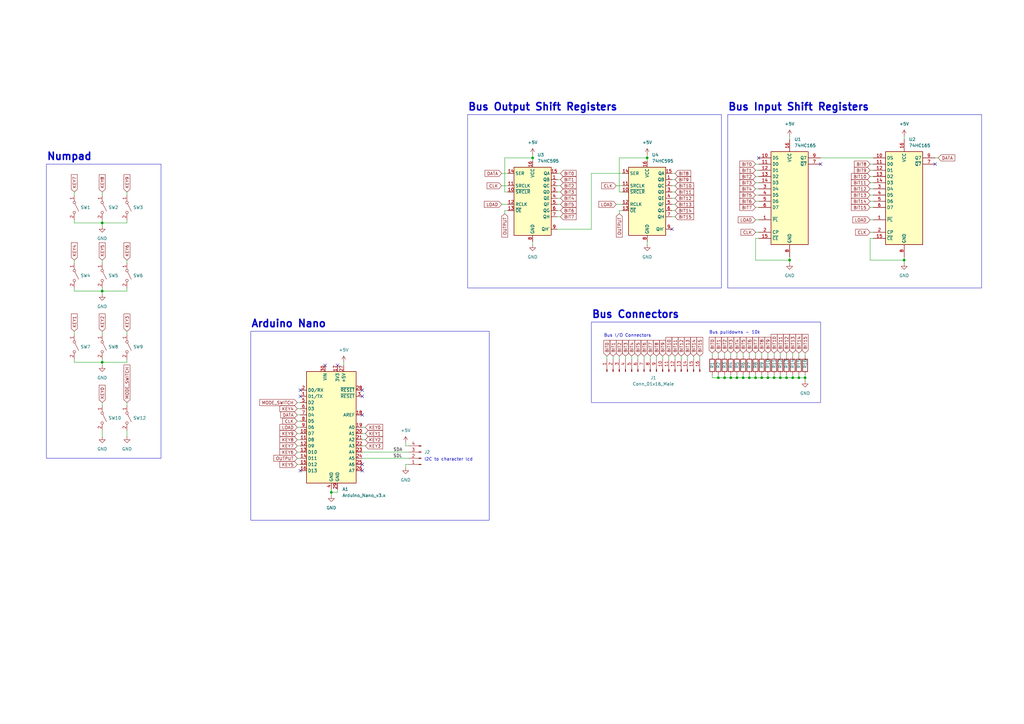
<source format=kicad_sch>
(kicad_sch (version 20230121) (generator eeschema)
  (paper "A3")
  (lib_symbols
    (symbol "74xx:74HC165"
      (property "Reference" "U" (at -7.62 19.05 0))
      (property "Value" "74HC165" (at -7.62 -21.59 0))
      (symbol "74HC165_1_0"
        (pin input line (at -12.7 -10.16 0) (length 5.08) (name "~{PL}") (number "1"))
        (pin input line (at -12.7 15.24 0) (length 5.08) (name "DS") (number "10"))
        (pin input line (at -12.7 12.7 0) (length 5.08) (name "D0") (number "11"))
        (pin input line (at -12.7 10.16 0) (length 5.08) (name "D1") (number "12"))
        (pin input line (at -12.7 7.62 0) (length 5.08) (name "D2") (number "13"))
        (pin input line (at -12.7 5.08 0) (length 5.08) (name "D3") (number "14"))
        (pin input line (at -12.7 -17.78 0) (length 5.08) (name "~{CE}") (number "15"))
        (pin power_in line (at 0 22.86 270) (length 5.08) (name "VCC") (number "16"))
        (pin input line (at -12.7 -15.24 0) (length 5.08) (name "CP") (number "2"))
        (pin input line (at -12.7 2.54 0) (length 5.08) (name "D4") (number "3"))
        (pin input line (at -12.7 0 0) (length 5.08) (name "D5") (number "4"))
        (pin input line (at -12.7 -2.54 0) (length 5.08) (name "D6") (number "5"))
        (pin input line (at -12.7 -5.08 0) (length 5.08) (name "D7") (number "6"))
        (pin output line (at 12.7 12.7 180) (length 5.08) (name "~{Q7}") (number "7"))
        (pin power_in line (at 0 -25.4 90) (length 5.08) (name "GND") (number "8"))
        (pin output line (at 12.7 15.24 180) (length 5.08) (name "Q7") (number "9"))
      )
      (symbol "74HC165_1_1"
        (rectangle (start -7.62 17.78) (end 7.62 -20.32) (stroke (width 0.254)) (fill (type background)))
      )
    )
    (symbol "74xx:74HC595"
      (property "Reference" "U" (at -7.62 13.97 0))
      (property "Value" "74HC595" (at -7.62 -16.51 0))
      (symbol "74HC595_1_0"
        (pin tri_state line (at 10.16 7.62 180) (length 2.54) (name "QB") (number "1"))
        (pin input line (at -10.16 2.54 0) (length 2.54) (name "~{SRCLR}") (number "10"))
        (pin input line (at -10.16 5.08 0) (length 2.54) (name "SRCLK") (number "11"))
        (pin input line (at -10.16 -2.54 0) (length 2.54) (name "RCLK") (number "12"))
        (pin input line (at -10.16 -5.08 0) (length 2.54) (name "~{OE}") (number "13"))
        (pin input line (at -10.16 10.16 0) (length 2.54) (name "SER") (number "14"))
        (pin tri_state line (at 10.16 10.16 180) (length 2.54) (name "QA") (number "15"))
        (pin power_in line (at 0 15.24 270) (length 2.54) (name "VCC") (number "16"))
        (pin tri_state line (at 10.16 5.08 180) (length 2.54) (name "QC") (number "2"))
        (pin tri_state line (at 10.16 2.54 180) (length 2.54) (name "QD") (number "3"))
        (pin tri_state line (at 10.16 0 180) (length 2.54) (name "QE") (number "4"))
        (pin tri_state line (at 10.16 -2.54 180) (length 2.54) (name "QF") (number "5"))
        (pin tri_state line (at 10.16 -5.08 180) (length 2.54) (name "QG") (number "6"))
        (pin tri_state line (at 10.16 -7.62 180) (length 2.54) (name "QH") (number "7"))
        (pin power_in line (at 0 -17.78 90) (length 2.54) (name "GND") (number "8"))
        (pin output line (at 10.16 -12.7 180) (length 2.54) (name "QH'") (number "9"))
      )
      (symbol "74HC595_1_1"
        (rectangle (start -7.62 12.7) (end 7.62 -15.24) (stroke (width 0.254)) (fill (type background)))
      )
    )
    (symbol "Connector:Conn_01x04_Male" (pin_names (offset 1.016) hide)
      (property "Reference" "J" (at 0 5.08 0))
      (property "Value" "Conn_01x04_Male" (at 0 -7.62 0))
      (symbol "Conn_01x04_Male_1_1"
        (polyline (pts (xy 1.27 -5.08) (xy 0.8636 -5.08)) (stroke (width 0.1524)))
        (polyline (pts (xy 1.27 -2.54) (xy 0.8636 -2.54)) (stroke (width 0.1524)))
        (polyline (pts (xy 1.27 0) (xy 0.8636 0)) (stroke (width 0.1524)))
        (polyline (pts (xy 1.27 2.54) (xy 0.8636 2.54)) (stroke (width 0.1524)))
        (rectangle (start 0.8636 -4.953) (end 0 -5.207) (stroke (width 0.1524)) (fill (type outline)))
        (rectangle (start 0.8636 -2.413) (end 0 -2.667) (stroke (width 0.1524)) (fill (type outline)))
        (rectangle (start 0.8636 0.127) (end 0 -0.127) (stroke (width 0.1524)) (fill (type outline)))
        (rectangle (start 0.8636 2.667) (end 0 2.413) (stroke (width 0.1524)) (fill (type outline)))
        (pin passive line (at 5.08 2.54 180) (length 3.81) (name "Pin_1") (number "1"))
        (pin passive line (at 5.08 0 180) (length 3.81) (name "Pin_2") (number "2"))
        (pin passive line (at 5.08 -2.54 180) (length 3.81) (name "Pin_3") (number "3"))
        (pin passive line (at 5.08 -5.08 180) (length 3.81) (name "Pin_4") (number "4"))
      )
    )
    (symbol "Connector:Conn_01x16_Male" (pin_names (offset 1.016) hide)
      (property "Reference" "J" (at 0 20.32 0))
      (property "Value" "Conn_01x16_Male" (at 0 -22.86 0))
      (symbol "Conn_01x16_Male_1_1"
        (polyline (pts (xy 1.27 -20.32) (xy 0.8636 -20.32)) (stroke (width 0.1524)))
        (polyline (pts (xy 1.27 -17.78) (xy 0.8636 -17.78)) (stroke (width 0.1524)))
        (polyline (pts (xy 1.27 -15.24) (xy 0.8636 -15.24)) (stroke (width 0.1524)))
        (polyline (pts (xy 1.27 -12.7) (xy 0.8636 -12.7)) (stroke (width 0.1524)))
        (polyline (pts (xy 1.27 -10.16) (xy 0.8636 -10.16)) (stroke (width 0.1524)))
        (polyline (pts (xy 1.27 -7.62) (xy 0.8636 -7.62)) (stroke (width 0.1524)))
        (polyline (pts (xy 1.27 -5.08) (xy 0.8636 -5.08)) (stroke (width 0.1524)))
        (polyline (pts (xy 1.27 -2.54) (xy 0.8636 -2.54)) (stroke (width 0.1524)))
        (polyline (pts (xy 1.27 0) (xy 0.8636 0)) (stroke (width 0.1524)))
        (polyline (pts (xy 1.27 2.54) (xy 0.8636 2.54)) (stroke (width 0.1524)))
        (polyline (pts (xy 1.27 5.08) (xy 0.8636 5.08)) (stroke (width 0.1524)))
        (polyline (pts (xy 1.27 7.62) (xy 0.8636 7.62)) (stroke (width 0.1524)))
        (polyline (pts (xy 1.27 10.16) (xy 0.8636 10.16)) (stroke (width 0.1524)))
        (polyline (pts (xy 1.27 12.7) (xy 0.8636 12.7)) (stroke (width 0.1524)))
        (polyline (pts (xy 1.27 15.24) (xy 0.8636 15.24)) (stroke (width 0.1524)))
        (polyline (pts (xy 1.27 17.78) (xy 0.8636 17.78)) (stroke (width 0.1524)))
        (rectangle (start 0.8636 -20.193) (end 0 -20.447) (stroke (width 0.1524)) (fill (type outline)))
        (rectangle (start 0.8636 -17.653) (end 0 -17.907) (stroke (width 0.1524)) (fill (type outline)))
        (rectangle (start 0.8636 -15.113) (end 0 -15.367) (stroke (width 0.1524)) (fill (type outline)))
        (rectangle (start 0.8636 -12.573) (end 0 -12.827) (stroke (width 0.1524)) (fill (type outline)))
        (rectangle (start 0.8636 -10.033) (end 0 -10.287) (stroke (width 0.1524)) (fill (type outline)))
        (rectangle (start 0.8636 -7.493) (end 0 -7.747) (stroke (width 0.1524)) (fill (type outline)))
        (rectangle (start 0.8636 -4.953) (end 0 -5.207) (stroke (width 0.1524)) (fill (type outline)))
        (rectangle (start 0.8636 -2.413) (end 0 -2.667) (stroke (width 0.1524)) (fill (type outline)))
        (rectangle (start 0.8636 0.127) (end 0 -0.127) (stroke (width 0.1524)) (fill (type outline)))
        (rectangle (start 0.8636 2.667) (end 0 2.413) (stroke (width 0.1524)) (fill (type outline)))
        (rectangle (start 0.8636 5.207) (end 0 4.953) (stroke (width 0.1524)) (fill (type outline)))
        (rectangle (start 0.8636 7.747) (end 0 7.493) (stroke (width 0.1524)) (fill (type outline)))
        (rectangle (start 0.8636 10.287) (end 0 10.033) (stroke (width 0.1524)) (fill (type outline)))
        (rectangle (start 0.8636 12.827) (end 0 12.573) (stroke (width 0.1524)) (fill (type outline)))
        (rectangle (start 0.8636 15.367) (end 0 15.113) (stroke (width 0.1524)) (fill (type outline)))
        (rectangle (start 0.8636 17.907) (end 0 17.653) (stroke (width 0.1524)) (fill (type outline)))
        (pin passive line (at 5.08 17.78 180) (length 3.81) (name "Pin_1") (number "1"))
        (pin passive line (at 5.08 -5.08 180) (length 3.81) (name "Pin_10") (number "10"))
        (pin passive line (at 5.08 -7.62 180) (length 3.81) (name "Pin_11") (number "11"))
        (pin passive line (at 5.08 -10.16 180) (length 3.81) (name "Pin_12") (number "12"))
        (pin passive line (at 5.08 -12.7 180) (length 3.81) (name "Pin_13") (number "13"))
        (pin passive line (at 5.08 -15.24 180) (length 3.81) (name "Pin_14") (number "14"))
        (pin passive line (at 5.08 -17.78 180) (length 3.81) (name "Pin_15") (number "15"))
        (pin passive line (at 5.08 -20.32 180) (length 3.81) (name "Pin_16") (number "16"))
        (pin passive line (at 5.08 15.24 180) (length 3.81) (name "Pin_2") (number "2"))
        (pin passive line (at 5.08 12.7 180) (length 3.81) (name "Pin_3") (number "3"))
        (pin passive line (at 5.08 10.16 180) (length 3.81) (name "Pin_4") (number "4"))
        (pin passive line (at 5.08 7.62 180) (length 3.81) (name "Pin_5") (number "5"))
        (pin passive line (at 5.08 5.08 180) (length 3.81) (name "Pin_6") (number "6"))
        (pin passive line (at 5.08 2.54 180) (length 3.81) (name "Pin_7") (number "7"))
        (pin passive line (at 5.08 0 180) (length 3.81) (name "Pin_8") (number "8"))
        (pin passive line (at 5.08 -2.54 180) (length 3.81) (name "Pin_9") (number "9"))
      )
    )
    (symbol "Device:R" (pin_numbers hide) (pin_names (offset 0))
      (property "Reference" "R" (at 2.032 0 90))
      (property "Value" "R" (at 0 0 90))
      (symbol "R_0_1"
        (rectangle (start -1.016 -2.54) (end 1.016 2.54) (stroke (width 0.254)))
      )
      (symbol "R_1_1"
        (pin passive line (at 0 3.81 270) (length 1.27) (name "~") (number "1"))
        (pin passive line (at 0 -3.81 90) (length 1.27) (name "~") (number "2"))
      )
    )
    (symbol "GND_1" (power) (pin_names (offset 0))
      (property "Value" "GND_1" (at 0 -3.81 0))
      (symbol "GND_1_0_1"
        (polyline (pts (xy 0 0) (xy 0 -1.27) (xy 1.27 -1.27) (xy 0 -2.54) (xy -1.27 -1.27) (xy 0 -1.27)))
      )
      (symbol "GND_1_1_1"
        (pin power_in line (at 0 0 270) (length 0) hide (name "GND") (number "1"))
      )
    )
    (symbol "MCU_Module:Arduino_Nano_v3.x"
      (property "Reference" "A" (at -10.16 23.495 0))
      (property "Value" "Arduino_Nano_v3.x" (at 5.08 -24.13 0))
      (symbol "Arduino_Nano_v3.x_0_1"
        (rectangle (start -10.16 22.86) (end 10.16 -22.86) (stroke (width 0.254)) (fill (type background)))
      )
      (symbol "Arduino_Nano_v3.x_1_1"
        (pin bidirectional line (at -12.7 12.7 0) (length 2.54) (name "D1/TX") (number "1"))
        (pin bidirectional line (at -12.7 -2.54 0) (length 2.54) (name "D7") (number "10"))
        (pin bidirectional line (at -12.7 -5.08 0) (length 2.54) (name "D8") (number "11"))
        (pin bidirectional line (at -12.7 -7.62 0) (length 2.54) (name "D9") (number "12"))
        (pin bidirectional line (at -12.7 -10.16 0) (length 2.54) (name "D10") (number "13"))
        (pin bidirectional line (at -12.7 -12.7 0) (length 2.54) (name "D11") (number "14"))
        (pin bidirectional line (at -12.7 -15.24 0) (length 2.54) (name "D12") (number "15"))
        (pin bidirectional line (at -12.7 -17.78 0) (length 2.54) (name "D13") (number "16"))
        (pin power_out line (at 2.54 25.4 270) (length 2.54) (name "3V3") (number "17"))
        (pin input line (at 12.7 5.08 180) (length 2.54) (name "AREF") (number "18"))
        (pin bidirectional line (at 12.7 0 180) (length 2.54) (name "A0") (number "19"))
        (pin bidirectional line (at -12.7 15.24 0) (length 2.54) (name "D0/RX") (number "2"))
        (pin bidirectional line (at 12.7 -2.54 180) (length 2.54) (name "A1") (number "20"))
        (pin bidirectional line (at 12.7 -5.08 180) (length 2.54) (name "A2") (number "21"))
        (pin bidirectional line (at 12.7 -7.62 180) (length 2.54) (name "A3") (number "22"))
        (pin bidirectional line (at 12.7 -10.16 180) (length 2.54) (name "A4") (number "23"))
        (pin bidirectional line (at 12.7 -12.7 180) (length 2.54) (name "A5") (number "24"))
        (pin bidirectional line (at 12.7 -15.24 180) (length 2.54) (name "A6") (number "25"))
        (pin bidirectional line (at 12.7 -17.78 180) (length 2.54) (name "A7") (number "26"))
        (pin power_out line (at 5.08 25.4 270) (length 2.54) (name "+5V") (number "27"))
        (pin input line (at 12.7 15.24 180) (length 2.54) (name "~{RESET}") (number "28"))
        (pin power_in line (at 2.54 -25.4 90) (length 2.54) (name "GND") (number "29"))
        (pin input line (at 12.7 12.7 180) (length 2.54) (name "~{RESET}") (number "3"))
        (pin power_in line (at -2.54 25.4 270) (length 2.54) (name "VIN") (number "30"))
        (pin power_in line (at 0 -25.4 90) (length 2.54) (name "GND") (number "4"))
        (pin bidirectional line (at -12.7 10.16 0) (length 2.54) (name "D2") (number "5"))
        (pin bidirectional line (at -12.7 7.62 0) (length 2.54) (name "D3") (number "6"))
        (pin bidirectional line (at -12.7 5.08 0) (length 2.54) (name "D4") (number "7"))
        (pin bidirectional line (at -12.7 2.54 0) (length 2.54) (name "D5") (number "8"))
        (pin bidirectional line (at -12.7 0 0) (length 2.54) (name "D6") (number "9"))
      )
    )
    (symbol "Switch:SW_SPST" (pin_names (offset 0) hide)
      (property "Reference" "SW" (at 0 3.175 0))
      (property "Value" "SW_SPST" (at 0 -2.54 0))
      (symbol "SW_SPST_0_0"
        (circle (center -2.032 0) (radius 0.508))
        (polyline (pts (xy -1.524 0.254) (xy 1.524 1.778)))
        (circle (center 2.032 0) (radius 0.508))
      )
      (symbol "SW_SPST_1_1"
        (pin passive line (at -5.08 0 0) (length 2.54) (name "A") (number "1"))
        (pin passive line (at 5.08 0 180) (length 2.54) (name "B") (number "2"))
      )
    )
    (symbol "power:+5V" (power) (pin_names (offset 0))
      (property "Value" "+5V" (at 0 3.556 0))
      (symbol "+5V_0_1"
        (polyline (pts (xy -0.762 1.27) (xy 0 2.54)))
        (polyline (pts (xy 0 0) (xy 0 2.54)))
        (polyline (pts (xy 0 2.54) (xy 0.762 1.27)))
      )
      (symbol "+5V_1_1"
        (pin power_in line (at 0 0 90) (length 0) hide (name "+5V") (number "1"))
      )
    )
    (symbol "power:GND" (power) (pin_names (offset 0))
      (property "Value" "GND" (at 0 -3.81 0))
      (symbol "GND_0_1"
        (polyline (pts (xy 0 0) (xy 0 -1.27) (xy 1.27 -1.27) (xy 0 -2.54) (xy -1.27 -1.27) (xy 0 -1.27)))
      )
      (symbol "GND_1_1"
        (pin power_in line (at 0 0 270) (length 0) hide (name "GND") (number "1"))
      )
    )
  )
  (junction (at 330.2 154.94))
  (junction (at 327.66 154.94))
  (junction (at 304.8 154.94))
  (junction (at 309.88 154.94))
  (junction (at 135.89 201.93))
  (junction (at 41.91 91.44))
  (junction (at 41.91 119.38))
  (junction (at 302.26 154.94))
  (junction (at 320.04 154.94))
  (junction (at 322.58 154.94))
  (junction (at 312.42 154.94))
  (junction (at 323.85 106.68))
  (junction (at 325.12 154.94))
  (junction (at 218.44 64.77))
  (junction (at 299.72 154.94))
  (junction (at 297.18 154.94))
  (junction (at 41.91 148.59))
  (junction (at 317.5 154.94))
  (junction (at 294.64 154.94))
  (junction (at 307.34 154.94))
  (junction (at 370.84 106.68))
  (junction (at 314.96 154.94))
  (junction (at 265.43 64.77))
  (no_connect (at 138.43 149.86))
  (no_connect (at 148.59 193.04))
  (no_connect (at 148.59 162.56))
  (no_connect (at 133.35 149.86))
  (no_connect (at 311.15 64.77))
  (no_connect (at 123.19 160.02))
  (no_connect (at 123.19 193.04))
  (no_connect (at 148.59 190.5))
  (no_connect (at 275.59 93.98))
  (no_connect (at 123.19 162.56))
  (no_connect (at 148.59 160.02))
  (no_connect (at 148.59 170.18))
  (no_connect (at 336.55 67.31))
  (no_connect (at 383.54 67.31))
  (wire (pts (xy 287.02 146.05) (xy 287.02 147.32)))
  (wire (pts (xy 323.85 106.68) (xy 323.85 107.95)))
  (wire (pts (xy 284.48 146.05) (xy 284.48 147.32)))
  (wire (pts (xy 299.72 154.94) (xy 302.26 154.94)))
  (wire (pts (xy 370.84 55.88) (xy 370.84 57.15)))
  (wire (pts (xy 275.59 71.12) (xy 276.86 71.12)))
  (wire (pts (xy 320.04 154.94) (xy 322.58 154.94)))
  (wire (pts (xy 259.08 146.05) (xy 259.08 147.32)))
  (wire (pts (xy 323.85 55.88) (xy 323.85 57.15)))
  (wire (pts (xy 297.18 154.94) (xy 299.72 154.94)))
  (wire (pts (xy 228.6 71.12) (xy 229.87 71.12)))
  (wire (pts (xy 358.14 97.79) (xy 356.87 97.79)))
  (wire (pts (xy 254 64.77) (xy 265.43 64.77)))
  (wire (pts (xy 207.01 78.74) (xy 207.01 64.77)))
  (wire (pts (xy 320.04 146.05) (xy 320.04 144.78)))
  (wire (pts (xy 309.88 72.39) (xy 311.15 72.39)))
  (wire (pts (xy 52.07 165.1) (xy 52.07 166.37)))
  (wire (pts (xy 274.32 146.05) (xy 274.32 147.32)))
  (wire (pts (xy 370.84 106.68) (xy 370.84 107.95)))
  (wire (pts (xy 254 86.36) (xy 255.27 86.36)))
  (wire (pts (xy 207.01 86.36) (xy 208.28 86.36)))
  (wire (pts (xy 322.58 153.67) (xy 322.58 154.94)))
  (wire (pts (xy 138.43 201.93) (xy 135.89 201.93)))
  (wire (pts (xy 309.88 80.01) (xy 311.15 80.01)))
  (wire (pts (xy 148.59 187.96) (xy 167.64 187.96)))
  (wire (pts (xy 309.88 153.67) (xy 309.88 154.94)))
  (wire (pts (xy 275.59 73.66) (xy 276.86 73.66)))
  (wire (pts (xy 314.96 154.94) (xy 317.5 154.94)))
  (wire (pts (xy 207.01 64.77) (xy 218.44 64.77)))
  (wire (pts (xy 275.59 78.74) (xy 276.86 78.74)))
  (wire (pts (xy 309.88 146.05) (xy 309.88 144.78)))
  (wire (pts (xy 266.7 146.05) (xy 266.7 147.32)))
  (wire (pts (xy 327.66 146.05) (xy 327.66 144.78)))
  (wire (pts (xy 314.96 146.05) (xy 314.96 144.78)))
  (wire (pts (xy 309.88 82.55) (xy 311.15 82.55)))
  (wire (pts (xy 275.59 83.82) (xy 276.86 83.82)))
  (wire (pts (xy 207.01 87.63) (xy 207.01 86.36)))
  (wire (pts (xy 148.59 175.26) (xy 149.86 175.26)))
  (wire (pts (xy 252.73 83.82) (xy 255.27 83.82)))
  (wire (pts (xy 121.92 180.34) (xy 123.19 180.34)))
  (wire (pts (xy 41.91 118.11) (xy 41.91 119.38)))
  (wire (pts (xy 302.26 153.67) (xy 302.26 154.94)))
  (wire (pts (xy 275.59 86.36) (xy 276.86 86.36)))
  (wire (pts (xy 317.5 146.05) (xy 317.5 144.78)))
  (wire (pts (xy 242.57 93.98) (xy 242.57 71.12)))
  (wire (pts (xy 52.07 91.44) (xy 52.07 90.17)))
  (wire (pts (xy 336.55 64.77) (xy 358.14 64.77)))
  (wire (pts (xy 205.74 76.2) (xy 208.28 76.2)))
  (wire (pts (xy 330.2 154.94) (xy 330.2 156.21)))
  (wire (pts (xy 41.91 119.38) (xy 52.07 119.38)))
  (wire (pts (xy 299.72 146.05) (xy 299.72 144.78)))
  (wire (pts (xy 41.91 135.89) (xy 41.91 137.16)))
  (wire (pts (xy 228.6 93.98) (xy 242.57 93.98)))
  (wire (pts (xy 356.87 80.01) (xy 358.14 80.01)))
  (wire (pts (xy 302.26 146.05) (xy 302.26 144.78)))
  (wire (pts (xy 317.5 153.67) (xy 317.5 154.94)))
  (wire (pts (xy 294.64 153.67) (xy 294.64 154.94)))
  (wire (pts (xy 121.92 165.1) (xy 123.19 165.1)))
  (wire (pts (xy 121.92 177.8) (xy 123.19 177.8)))
  (wire (pts (xy 330.2 154.94) (xy 330.2 153.67)))
  (wire (pts (xy 317.5 154.94) (xy 320.04 154.94)))
  (wire (pts (xy 242.57 71.12) (xy 255.27 71.12)))
  (wire (pts (xy 121.92 187.96) (xy 123.19 187.96)))
  (wire (pts (xy 228.6 73.66) (xy 229.87 73.66)))
  (wire (pts (xy 356.87 82.55) (xy 358.14 82.55)))
  (wire (pts (xy 356.87 97.79) (xy 356.87 106.68)))
  (wire (pts (xy 356.87 72.39) (xy 358.14 72.39)))
  (wire (pts (xy 271.78 146.05) (xy 271.78 147.32)))
  (wire (pts (xy 166.37 182.88) (xy 167.64 182.88)))
  (wire (pts (xy 218.44 63.5) (xy 218.44 64.77)))
  (wire (pts (xy 52.07 106.68) (xy 52.07 107.95)))
  (wire (pts (xy 356.87 77.47) (xy 358.14 77.47)))
  (wire (pts (xy 309.88 69.85) (xy 311.15 69.85)))
  (wire (pts (xy 276.86 146.05) (xy 276.86 147.32)))
  (wire (pts (xy 312.42 153.67) (xy 312.42 154.94)))
  (wire (pts (xy 325.12 146.05) (xy 325.12 144.78)))
  (wire (pts (xy 30.48 119.38) (xy 30.48 118.11)))
  (wire (pts (xy 265.43 64.77) (xy 265.43 66.04)))
  (wire (pts (xy 52.07 176.53) (xy 52.07 179.07)))
  (wire (pts (xy 356.87 95.25) (xy 358.14 95.25)))
  (wire (pts (xy 356.87 74.93) (xy 358.14 74.93)))
  (wire (pts (xy 148.59 182.88) (xy 149.86 182.88)))
  (wire (pts (xy 309.88 85.09) (xy 311.15 85.09)))
  (wire (pts (xy 294.64 154.94) (xy 297.18 154.94)))
  (wire (pts (xy 41.91 119.38) (xy 41.91 120.65)))
  (wire (pts (xy 228.6 78.74) (xy 229.87 78.74)))
  (wire (pts (xy 292.1 146.05) (xy 292.1 144.78)))
  (wire (pts (xy 275.59 88.9) (xy 276.86 88.9)))
  (wire (pts (xy 30.48 106.68) (xy 30.48 107.95)))
  (wire (pts (xy 294.64 146.05) (xy 294.64 144.78)))
  (wire (pts (xy 228.6 88.9) (xy 229.87 88.9)))
  (wire (pts (xy 121.92 167.64) (xy 123.19 167.64)))
  (wire (pts (xy 327.66 154.94) (xy 330.2 154.94)))
  (wire (pts (xy 41.91 106.68) (xy 41.91 107.95)))
  (wire (pts (xy 30.48 135.89) (xy 30.48 137.16)))
  (wire (pts (xy 312.42 146.05) (xy 312.42 144.78)))
  (wire (pts (xy 299.72 153.67) (xy 299.72 154.94)))
  (wire (pts (xy 166.37 181.61) (xy 166.37 182.88)))
  (wire (pts (xy 228.6 76.2) (xy 229.87 76.2)))
  (wire (pts (xy 264.16 146.05) (xy 264.16 147.32)))
  (wire (pts (xy 121.92 190.5) (xy 123.19 190.5)))
  (wire (pts (xy 205.74 83.82) (xy 208.28 83.82)))
  (wire (pts (xy 265.43 99.06) (xy 265.43 100.33)))
  (wire (pts (xy 208.28 78.74) (xy 207.01 78.74)))
  (wire (pts (xy 279.4 146.05) (xy 279.4 147.32)))
  (wire (pts (xy 309.88 106.68) (xy 323.85 106.68)))
  (wire (pts (xy 41.91 148.59) (xy 52.07 148.59)))
  (wire (pts (xy 281.94 146.05) (xy 281.94 147.32)))
  (wire (pts (xy 309.88 97.79) (xy 309.88 106.68)))
  (wire (pts (xy 166.37 191.77) (xy 166.37 190.5)))
  (wire (pts (xy 314.96 153.67) (xy 314.96 154.94)))
  (wire (pts (xy 205.74 71.12) (xy 208.28 71.12)))
  (wire (pts (xy 304.8 146.05) (xy 304.8 144.78)))
  (wire (pts (xy 304.8 154.94) (xy 307.34 154.94)))
  (wire (pts (xy 309.88 77.47) (xy 311.15 77.47)))
  (wire (pts (xy 121.92 185.42) (xy 123.19 185.42)))
  (wire (pts (xy 41.91 91.44) (xy 30.48 91.44)))
  (wire (pts (xy 41.91 148.59) (xy 41.91 149.86)))
  (wire (pts (xy 356.87 69.85) (xy 358.14 69.85)))
  (wire (pts (xy 307.34 153.67) (xy 307.34 154.94)))
  (wire (pts (xy 356.87 90.17) (xy 358.14 90.17)))
  (wire (pts (xy 140.97 148.59) (xy 140.97 149.86)))
  (wire (pts (xy 135.89 200.66) (xy 135.89 201.93)))
  (wire (pts (xy 261.62 146.05) (xy 261.62 147.32)))
  (wire (pts (xy 52.07 119.38) (xy 52.07 118.11)))
  (wire (pts (xy 322.58 146.05) (xy 322.58 144.78)))
  (wire (pts (xy 309.88 67.31) (xy 311.15 67.31)))
  (wire (pts (xy 265.43 63.5) (xy 265.43 64.77)))
  (wire (pts (xy 148.59 185.42) (xy 167.64 185.42)))
  (wire (pts (xy 41.91 90.17) (xy 41.91 91.44)))
  (wire (pts (xy 248.92 146.05) (xy 248.92 147.32)))
  (wire (pts (xy 325.12 154.94) (xy 327.66 154.94)))
  (wire (pts (xy 370.84 105.41) (xy 370.84 106.68)))
  (wire (pts (xy 121.92 172.72) (xy 123.19 172.72)))
  (wire (pts (xy 251.46 146.05) (xy 251.46 147.32)))
  (wire (pts (xy 41.91 165.1) (xy 41.91 166.37)))
  (wire (pts (xy 218.44 99.06) (xy 218.44 100.33)))
  (wire (pts (xy 302.26 154.94) (xy 304.8 154.94)))
  (wire (pts (xy 307.34 146.05) (xy 307.34 144.78)))
  (wire (pts (xy 41.91 119.38) (xy 30.48 119.38)))
  (wire (pts (xy 135.89 201.93) (xy 135.89 203.2)))
  (wire (pts (xy 309.88 90.17) (xy 311.15 90.17)))
  (wire (pts (xy 356.87 106.68) (xy 370.84 106.68)))
  (wire (pts (xy 254 146.05) (xy 254 147.32)))
  (wire (pts (xy 41.91 78.74) (xy 41.91 80.01)))
  (wire (pts (xy 41.91 176.53) (xy 41.91 179.07)))
  (wire (pts (xy 228.6 86.36) (xy 229.87 86.36)))
  (wire (pts (xy 30.48 78.74) (xy 30.48 80.01)))
  (wire (pts (xy 52.07 78.74) (xy 52.07 80.01)))
  (wire (pts (xy 292.1 154.94) (xy 294.64 154.94)))
  (wire (pts (xy 275.59 76.2) (xy 276.86 76.2)))
  (wire (pts (xy 309.88 74.93) (xy 311.15 74.93)))
  (wire (pts (xy 41.91 147.32) (xy 41.91 148.59)))
  (wire (pts (xy 327.66 153.67) (xy 327.66 154.94)))
  (wire (pts (xy 255.27 78.74) (xy 254 78.74)))
  (wire (pts (xy 312.42 154.94) (xy 314.96 154.94)))
  (wire (pts (xy 121.92 182.88) (xy 123.19 182.88)))
  (wire (pts (xy 383.54 64.77) (xy 384.81 64.77)))
  (wire (pts (xy 138.43 200.66) (xy 138.43 201.93)))
  (wire (pts (xy 166.37 190.5) (xy 167.64 190.5)))
  (wire (pts (xy 297.18 146.05) (xy 297.18 144.78)))
  (wire (pts (xy 41.91 148.59) (xy 30.48 148.59)))
  (wire (pts (xy 218.44 64.77) (xy 218.44 66.04)))
  (wire (pts (xy 52.07 148.59) (xy 52.07 147.32)))
  (wire (pts (xy 307.34 154.94) (xy 309.88 154.94)))
  (wire (pts (xy 292.1 153.67) (xy 292.1 154.94)))
  (wire (pts (xy 356.87 67.31) (xy 358.14 67.31)))
  (wire (pts (xy 330.2 146.05) (xy 330.2 144.78)))
  (wire (pts (xy 275.59 81.28) (xy 276.86 81.28)))
  (wire (pts (xy 311.15 97.79) (xy 309.88 97.79)))
  (wire (pts (xy 269.24 146.05) (xy 269.24 147.32)))
  (wire (pts (xy 320.04 153.67) (xy 320.04 154.94)))
  (wire (pts (xy 254 87.63) (xy 254 86.36)))
  (wire (pts (xy 252.73 76.2) (xy 255.27 76.2)))
  (wire (pts (xy 254 78.74) (xy 254 64.77)))
  (wire (pts (xy 309.88 95.25) (xy 311.15 95.25)))
  (wire (pts (xy 256.54 146.05) (xy 256.54 147.32)))
  (wire (pts (xy 228.6 81.28) (xy 229.87 81.28)))
  (wire (pts (xy 304.8 153.67) (xy 304.8 154.94)))
  (wire (pts (xy 121.92 175.26) (xy 123.19 175.26)))
  (wire (pts (xy 41.91 91.44) (xy 52.07 91.44)))
  (wire (pts (xy 325.12 153.67) (xy 325.12 154.94)))
  (wire (pts (xy 356.87 85.09) (xy 358.14 85.09)))
  (wire (pts (xy 309.88 154.94) (xy 312.42 154.94)))
  (wire (pts (xy 322.58 154.94) (xy 325.12 154.94)))
  (wire (pts (xy 148.59 177.8) (xy 149.86 177.8)))
  (wire (pts (xy 148.59 180.34) (xy 149.86 180.34)))
  (wire (pts (xy 228.6 83.82) (xy 229.87 83.82)))
  (wire (pts (xy 297.18 153.67) (xy 297.18 154.94)))
  (wire (pts (xy 52.07 135.89) (xy 52.07 137.16)))
  (wire (pts (xy 323.85 105.41) (xy 323.85 106.68)))
  (wire (pts (xy 41.91 91.44) (xy 41.91 92.71)))
  (wire (pts (xy 30.48 91.44) (xy 30.48 90.17)))
  (wire (pts (xy 30.48 148.59) (xy 30.48 147.32)))
  (wire (pts (xy 121.92 170.18) (xy 123.19 170.18)))
  (rectangle (start 102.87 135.89) (end 200.66 213.36))
  (rectangle (start 242.57 132.08) (end 336.55 165.1))
  (rectangle (start 298.45 46.99) (end 402.59 118.11))
  (rectangle (start 191.77 46.99) (end 295.91 118.11))
  (rectangle (start 19.05 67.31) (end 66.04 187.96))
  (text "Bus Connectors\n" (at 242.57 130.81 0) (effects (font (size 3 3) (thickness 0.6) bold) (justify left bottom)))
  (text "Arduino Nano" (at 102.87 134.62 0) (effects (font (size 3 3) (thickness 0.6) bold) (justify left bottom)))
  (text "Bus I/O Connectors" (at 247.65 138.43 0) (effects (font (size 1.27 1.27)) (justify left bottom)))
  (text "Bus Output Shift Registers" (at 191.77 45.72 0) (effects (font (size 3 3) (thickness 0.6) bold) (justify left bottom)))
  (text "Bus Input Shift Registers" (at 298.45 45.72 0) (effects (font (size 3 3) (thickness 0.6) bold) (justify left bottom)))
  (text "Numpad" (at 19.05 66.04 0) (effects (font (size 3 3) (thickness 0.6) bold) (justify left bottom)))
  (text "I2C to character lcd" (at 173.99 189.23 0) (effects (font (size 1.27 1.27)) (justify left bottom)))
  (text "Bus pulldowns - 10k" (at 290.83 137.16 0) (effects (font (size 1.27 1.27)) (justify left bottom)))
  (label "SDL" (at 161.29 187.96 0))
  (label "SDA" (at 161.29 185.42 0))
  (global_label "BIT6" (shape input) (at 307.34 144.78 90) (property "Intersheetrefs" "${INTERSHEET_REFS}" (effects hide)))
  (global_label "BIT9" (shape input) (at 356.87 69.85 180) (property "Intersheetrefs" "${INTERSHEET_REFS}" (effects hide)))
  (global_label "BIT1" (shape input) (at 294.64 144.78 90) (property "Intersheetrefs" "${INTERSHEET_REFS}" (effects hide)))
  (global_label "BIT8" (shape input) (at 269.24 146.05 90) (property "Intersheetrefs" "${INTERSHEET_REFS}" (effects hide)))
  (global_label "KEY2" (shape input) (at 41.91 135.89 90) (property "Intersheetrefs" "${INTERSHEET_REFS}" (effects hide)))
  (global_label "BIT5" (shape input) (at 229.87 83.82 0) (property "Intersheetrefs" "${INTERSHEET_REFS}" (effects hide)))
  (global_label "BIT12" (shape input) (at 356.87 77.47 180) (property "Intersheetrefs" "${INTERSHEET_REFS}" (effects hide)))
  (global_label "BIT1" (shape input) (at 309.88 69.85 180) (property "Intersheetrefs" "${INTERSHEET_REFS}" (effects hide)))
  (global_label "BIT13" (shape input) (at 281.94 146.05 90) (property "Intersheetrefs" "${INTERSHEET_REFS}" (effects hide)))
  (global_label "MODE_SWITCH" (shape input) (at 52.07 165.1 90) (property "Intersheetrefs" "${INTERSHEET_REFS}" (effects hide)))
  (global_label "BIT8" (shape input) (at 276.86 71.12 0) (property "Intersheetrefs" "${INTERSHEET_REFS}" (effects hide)))
  (global_label "BIT3" (shape input) (at 229.87 78.74 0) (property "Intersheetrefs" "${INTERSHEET_REFS}" (effects hide)))
  (global_label "BIT3" (shape input) (at 309.88 74.93 180) (property "Intersheetrefs" "${INTERSHEET_REFS}" (effects hide)))
  (global_label "LOAD" (shape input) (at 121.92 175.26 180) (property "Intersheetrefs" "${INTERSHEET_REFS}" (effects hide)))
  (global_label "KEY1" (shape input) (at 30.48 135.89 90) (property "Intersheetrefs" "${INTERSHEET_REFS}" (effects hide)))
  (global_label "BIT6" (shape input) (at 309.88 82.55 180) (property "Intersheetrefs" "${INTERSHEET_REFS}" (effects hide)))
  (global_label "DATA" (shape input) (at 384.81 64.77 0) (property "Intersheetrefs" "${INTERSHEET_REFS}" (effects hide)))
  (global_label "BIT12" (shape input) (at 276.86 81.28 0) (property "Intersheetrefs" "${INTERSHEET_REFS}" (effects hide)))
  (global_label "BIT6" (shape input) (at 264.16 146.05 90) (property "Intersheetrefs" "${INTERSHEET_REFS}" (effects hide)))
  (global_label "BIT11" (shape input) (at 356.87 74.93 180) (property "Intersheetrefs" "${INTERSHEET_REFS}" (effects hide)))
  (global_label "BIT7" (shape input) (at 309.88 85.09 180) (property "Intersheetrefs" "${INTERSHEET_REFS}" (effects hide)))
  (global_label "BIT14" (shape input) (at 276.86 86.36 0) (property "Intersheetrefs" "${INTERSHEET_REFS}" (effects hide)))
  (global_label "CLK" (shape input) (at 356.87 95.25 180) (property "Intersheetrefs" "${INTERSHEET_REFS}" (effects hide)))
  (global_label "BIT12" (shape input) (at 322.58 144.78 90) (property "Intersheetrefs" "${INTERSHEET_REFS}" (effects hide)))
  (global_label "BIT13" (shape input) (at 356.87 80.01 180) (property "Intersheetrefs" "${INTERSHEET_REFS}" (effects hide)))
  (global_label "CLK" (shape input) (at 205.74 76.2 180) (property "Intersheetrefs" "${INTERSHEET_REFS}" (effects hide)))
  (global_label "BIT3" (shape input) (at 299.72 144.78 90) (property "Intersheetrefs" "${INTERSHEET_REFS}" (effects hide)))
  (global_label "BIT8" (shape input) (at 312.42 144.78 90) (property "Intersheetrefs" "${INTERSHEET_REFS}" (effects hide)))
  (global_label "BIT4" (shape input) (at 302.26 144.78 90) (property "Intersheetrefs" "${INTERSHEET_REFS}" (effects hide)))
  (global_label "BIT15" (shape input) (at 287.02 146.05 90) (property "Intersheetrefs" "${INTERSHEET_REFS}" (effects hide)))
  (global_label "KEY3" (shape input) (at 149.86 182.88 0) (property "Intersheetrefs" "${INTERSHEET_REFS}" (effects hide)))
  (global_label "KEY6" (shape input) (at 52.07 106.68 90) (property "Intersheetrefs" "${INTERSHEET_REFS}" (effects hide)))
  (global_label "KEY8" (shape input) (at 121.92 180.34 180) (property "Intersheetrefs" "${INTERSHEET_REFS}" (effects hide)))
  (global_label "KEY7" (shape input) (at 121.92 182.88 180) (property "Intersheetrefs" "${INTERSHEET_REFS}" (effects hide)))
  (global_label "OUTPUT" (shape input) (at 121.92 187.96 180) (property "Intersheetrefs" "${INTERSHEET_REFS}" (effects hide)))
  (global_label "KEY3" (shape input) (at 52.07 135.89 90) (property "Intersheetrefs" "${INTERSHEET_REFS}" (effects hide)))
  (global_label "LOAD" (shape input) (at 205.74 83.82 180) (property "Intersheetrefs" "${INTERSHEET_REFS}" (effects hide)))
  (global_label "BIT11" (shape input) (at 320.04 144.78 90) (property "Intersheetrefs" "${INTERSHEET_REFS}" (effects hide)))
  (global_label "LOAD" (shape input) (at 356.87 90.17 180) (property "Intersheetrefs" "${INTERSHEET_REFS}" (effects hide)))
  (global_label "BIT1" (shape input) (at 251.46 146.05 90) (property "Intersheetrefs" "${INTERSHEET_REFS}" (effects hide)))
  (global_label "KEY5" (shape input) (at 121.92 190.5 180) (property "Intersheetrefs" "${INTERSHEET_REFS}" (effects hide)))
  (global_label "BIT10" (shape input) (at 276.86 76.2 0) (property "Intersheetrefs" "${INTERSHEET_REFS}" (effects hide)))
  (global_label "KEY4" (shape input) (at 30.48 106.68 90) (property "Intersheetrefs" "${INTERSHEET_REFS}" (effects hide)))
  (global_label "BIT7" (shape input) (at 229.87 88.9 0) (property "Intersheetrefs" "${INTERSHEET_REFS}" (effects hide)))
  (global_label "MODE_SWITCH" (shape input) (at 121.92 165.1 180) (property "Intersheetrefs" "${INTERSHEET_REFS}" (effects hide)))
  (global_label "BIT2" (shape input) (at 309.88 72.39 180) (property "Intersheetrefs" "${INTERSHEET_REFS}" (effects hide)))
  (global_label "KEY0" (shape input) (at 41.91 165.1 90) (property "Intersheetrefs" "${INTERSHEET_REFS}" (effects hide)))
  (global_label "BIT3" (shape input) (at 256.54 146.05 90) (property "Intersheetrefs" "${INTERSHEET_REFS}" (effects hide)))
  (global_label "BIT2" (shape input) (at 297.18 144.78 90) (property "Intersheetrefs" "${INTERSHEET_REFS}" (effects hide)))
  (global_label "BIT12" (shape input) (at 279.4 146.05 90) (property "Intersheetrefs" "${INTERSHEET_REFS}" (effects hide)))
  (global_label "KEY8" (shape input) (at 41.91 78.74 90) (property "Intersheetrefs" "${INTERSHEET_REFS}" (effects hide)))
  (global_label "BIT14" (shape input) (at 284.48 146.05 90) (property "Intersheetrefs" "${INTERSHEET_REFS}" (effects hide)))
  (global_label "LOAD" (shape input) (at 252.73 83.82 180) (property "Intersheetrefs" "${INTERSHEET_REFS}" (effects hide)))
  (global_label "BIT9" (shape input) (at 271.78 146.05 90) (property "Intersheetrefs" "${INTERSHEET_REFS}" (effects hide)))
  (global_label "BIT2" (shape input) (at 254 146.05 90) (property "Intersheetrefs" "${INTERSHEET_REFS}" (effects hide)))
  (global_label "BIT0" (shape input) (at 248.92 146.05 90) (property "Intersheetrefs" "${INTERSHEET_REFS}" (effects hide)))
  (global_label "BIT5" (shape input) (at 261.62 146.05 90) (property "Intersheetrefs" "${INTERSHEET_REFS}" (effects hide)))
  (global_label "KEY4" (shape input) (at 121.92 167.64 180) (property "Intersheetrefs" "${INTERSHEET_REFS}" (effects hide)))
  (global_label "KEY1" (shape input) (at 149.86 177.8 0) (property "Intersheetrefs" "${INTERSHEET_REFS}" (effects hide)))
  (global_label "CLK" (shape input) (at 309.88 95.25 180) (property "Intersheetrefs" "${INTERSHEET_REFS}" (effects hide)))
  (global_label "BIT14" (shape input) (at 356.87 82.55 180) (property "Intersheetrefs" "${INTERSHEET_REFS}" (effects hide)))
  (global_label "BIT14" (shape input) (at 327.66 144.78 90) (property "Intersheetrefs" "${INTERSHEET_REFS}" (effects hide)))
  (global_label "CLK" (shape input) (at 121.92 172.72 180) (property "Intersheetrefs" "${INTERSHEET_REFS}" (effects hide)))
  (global_label "LOAD" (shape input) (at 309.88 90.17 180) (property "Intersheetrefs" "${INTERSHEET_REFS}" (effects hide)))
  (global_label "KEY6" (shape input) (at 121.92 185.42 180) (property "Intersheetrefs" "${INTERSHEET_REFS}" (effects hide)))
  (global_label "BIT4" (shape input) (at 229.87 81.28 0) (property "Intersheetrefs" "${INTERSHEET_REFS}" (effects hide)))
  (global_label "BIT10" (shape input) (at 356.87 72.39 180) (property "Intersheetrefs" "${INTERSHEET_REFS}" (effects hide)))
  (global_label "BIT0" (shape input) (at 292.1 144.78 90) (property "Intersheetrefs" "${INTERSHEET_REFS}" (effects hide)))
  (global_label "BIT7" (shape input) (at 266.7 146.05 90) (property "Intersheetrefs" "${INTERSHEET_REFS}" (effects hide)))
  (global_label "BIT8" (shape input) (at 356.87 67.31 180) (property "Intersheetrefs" "${INTERSHEET_REFS}" (effects hide)))
  (global_label "BIT6" (shape input) (at 229.87 86.36 0) (property "Intersheetrefs" "${INTERSHEET_REFS}" (effects hide)))
  (global_label "OUTPUT" (shape input) (at 207.01 87.63 270) (property "Intersheetrefs" "${INTERSHEET_REFS}" (effects hide)))
  (global_label "KEY2" (shape input) (at 149.86 180.34 0) (property "Intersheetrefs" "${INTERSHEET_REFS}" (effects hide)))
  (global_label "BIT7" (shape input) (at 309.88 144.78 90) (property "Intersheetrefs" "${INTERSHEET_REFS}" (effects hide)))
  (global_label "BIT5" (shape input) (at 309.88 80.01 180) (property "Intersheetrefs" "${INTERSHEET_REFS}" (effects hide)))
  (global_label "BIT1" (shape input) (at 229.87 73.66 0) (property "Intersheetrefs" "${INTERSHEET_REFS}" (effects hide)))
  (global_label "KEY9" (shape input) (at 52.07 78.74 90) (property "Intersheetrefs" "${INTERSHEET_REFS}" (effects hide)))
  (global_label "BIT11" (shape input) (at 276.86 146.05 90) (property "Intersheetrefs" "${INTERSHEET_REFS}" (effects hide)))
  (global_label "BIT15" (shape input) (at 330.2 144.78 90) (property "Intersheetrefs" "${INTERSHEET_REFS}" (effects hide)))
  (global_label "BIT9" (shape input) (at 276.86 73.66 0) (property "Intersheetrefs" "${INTERSHEET_REFS}" (effects hide)))
  (global_label "BIT15" (shape input) (at 276.86 88.9 0) (property "Intersheetrefs" "${INTERSHEET_REFS}" (effects hide)))
  (global_label "BIT2" (shape input) (at 229.87 76.2 0) (property "Intersheetrefs" "${INTERSHEET_REFS}" (effects hide)))
  (global_label "DATA" (shape input) (at 205.74 71.12 180) (property "Intersheetrefs" "${INTERSHEET_REFS}" (effects hide)))
  (global_label "BIT13" (shape input) (at 276.86 83.82 0) (property "Intersheetrefs" "${INTERSHEET_REFS}" (effects hide)))
  (global_label "KEY0" (shape input) (at 149.86 175.26 0) (property "Intersheetrefs" "${INTERSHEET_REFS}" (effects hide)))
  (global_label "BIT4" (shape input) (at 309.88 77.47 180) (property "Intersheetrefs" "${INTERSHEET_REFS}" (effects hide)))
  (global_label "BIT9" (shape input) (at 314.96 144.78 90) (property "Intersheetrefs" "${INTERSHEET_REFS}" (effects hide)))
  (global_label "KEY7" (shape input) (at 30.48 78.74 90) (property "Intersheetrefs" "${INTERSHEET_REFS}" (effects hide)))
  (global_label "BIT10" (shape input) (at 317.5 144.78 90) (property "Intersheetrefs" "${INTERSHEET_REFS}" (effects hide)))
  (global_label "KEY9" (shape input) (at 121.92 177.8 180) (property "Intersheetrefs" "${INTERSHEET_REFS}" (effects hide)))
  (global_label "BIT13" (shape input) (at 325.12 144.78 90) (property "Intersheetrefs" "${INTERSHEET_REFS}" (effects hide)))
  (global_label "BIT15" (shape input) (at 356.87 85.09 180) (property "Intersheetrefs" "${INTERSHEET_REFS}" (effects hide)))
  (global_label "BIT0" (shape input) (at 229.87 71.12 0) (property "Intersheetrefs" "${INTERSHEET_REFS}" (effects hide)))
  (global_label "BIT11" (shape input) (at 276.86 78.74 0) (property "Intersheetrefs" "${INTERSHEET_REFS}" (effects hide)))
  (global_label "OUTPUT" (shape input) (at 254 87.63 270) (property "Intersheetrefs" "${INTERSHEET_REFS}" (effects hide)))
  (global_label "KEY5" (shape input) (at 41.91 106.68 90) (property "Intersheetrefs" "${INTERSHEET_REFS}" (effects hide)))
  (global_label "BIT10" (shape input) (at 274.32 146.05 90) (property "Intersheetrefs" "${INTERSHEET_REFS}" (effects hide)))
  (global_label "BIT4" (shape input) (at 259.08 146.05 90) (property "Intersheetrefs" "${INTERSHEET_REFS}" (effects hide)))
  (global_label "BIT5" (shape input) (at 304.8 144.78 90) (property "Intersheetrefs" "${INTERSHEET_REFS}" (effects hide)))
  (global_label "BIT0" (shape input) (at 309.88 67.31 180) (property "Intersheetrefs" "${INTERSHEET_REFS}" (effects hide)))
  (global_label "CLK" (shape input) (at 252.73 76.2 180) (property "Intersheetrefs" "${INTERSHEET_REFS}" (effects hide)))
  (global_label "DATA" (shape input) (at 121.92 170.18 180) (property "Intersheetrefs" "${INTERSHEET_REFS}" (effects hide)))
  (symbol (lib_id "Switch:SW_SPST") (at 52.07 171.45 270) (unit 1)
    (property "Reference" "SW12" (at 54.61 171.45 90) (effects (justify left)))
    (property "Value" "SW_SPST" (effects hide))
  )
  (symbol (lib_id "power:+5V") (at 166.37 181.61 0) (unit 1)
    (property "Reference" "#PWR08" (effects hide))
    (property "Value" "+5V" (at 166.37 176.53 0))
  )
  (symbol (lib_id "Device:R") (at 325.12 149.86 0) (unit 1)
    (property "Reference" "R14" (at 325.12 151.13 90) (effects (justify left)))
    (property "Value" "10K" (effects hide))
  )
  (symbol (lib_id "power:+5V") (at 140.97 148.59 0) (unit 1)
    (property "Reference" "#PWR01" (effects hide))
    (property "Value" "+5V" (at 140.97 143.51 0))
  )
  (symbol (lib_id "power:GND") (at 323.85 107.95 0) (unit 1)
    (property "Reference" "#PWR04" (effects hide))
    (property "Value" "GND" (at 323.85 113.03 0))
  )
  (symbol (lib_id "power:GND") (at 330.2 156.21 0) (unit 1)
    (property "Reference" "#PWR09" (effects hide))
    (property "Value" "GND" (at 330.2 161.29 0))
  )
  (symbol (lib_id "Switch:SW_SPST") (at 41.91 85.09 270) (unit 1)
    (property "Reference" "SW2" (at 44.45 85.09 90) (effects (justify left)))
    (property "Value" "SW_SPST" (effects hide))
  )
  (symbol (lib_id "Device:R") (at 309.88 149.86 0) (unit 1)
    (property "Reference" "R8" (at 309.88 151.13 90) (effects (justify left)))
    (property "Value" "10K" (effects hide))
  )
  (symbol (lib_id "Device:R") (at 299.72 149.86 0) (unit 1)
    (property "Reference" "R4" (at 299.72 151.13 90) (effects (justify left)))
    (property "Value" "10K" (effects hide))
  )
  (symbol (lib_id "Device:R") (at 307.34 149.86 0) (unit 1)
    (property "Reference" "R7" (at 307.34 151.13 90) (effects (justify left)))
    (property "Value" "10K" (effects hide))
  )
  (symbol (lib_id "Device:R") (at 302.26 149.86 0) (unit 1)
    (property "Reference" "R5" (at 302.26 151.13 90) (effects (justify left)))
    (property "Value" "10K" (effects hide))
  )
  (symbol (lib_id "MCU_Module:Arduino_Nano_v3.x") (at 135.89 175.26 0) (unit 1)
    (property "Reference" "A1" (at 140.3859 200.66 0) (effects (justify left)))
    (property "Value" "Arduino_Nano_v3.x" (at 140.3859 203.2 0) (effects (justify left)))
    (property "Footprint" "Module:Arduino_Nano" (effects hide))
    (property "Datasheet" "http://www.mouser.com/pdfdocs/Gravitech_Arduino_Nano3_0.pdf" (effects hide))
  )
  (symbol (lib_name "GND_1") (lib_id "power:GND") (at 41.91 179.07 0) (unit 1)
    (property "Reference" "#PWR013" (effects hide))
    (property "Value" "GND" (at 41.91 184.15 0))
  )
  (symbol (lib_name "GND_1") (lib_id "power:GND") (at 41.91 149.86 0) (unit 1)
    (property "Reference" "#PWR012" (effects hide))
    (property "Value" "GND" (at 41.91 154.94 0))
  )
  (symbol (lib_id "Switch:SW_SPST") (at 41.91 142.24 270) (unit 1)
    (property "Reference" "SW8" (at 44.45 142.24 90) (effects (justify left)))
    (property "Value" "SW_SPST" (effects hide))
  )
  (symbol (lib_id "Switch:SW_SPST") (at 41.91 113.03 270) (unit 1)
    (property "Reference" "SW5" (at 44.45 113.03 90) (effects (justify left)))
    (property "Value" "SW_SPST" (effects hide))
  )
  (symbol (lib_id "Switch:SW_SPST") (at 52.07 113.03 270) (unit 1)
    (property "Reference" "SW6" (at 54.61 113.03 90) (effects (justify left)))
    (property "Value" "SW_SPST" (effects hide))
  )
  (symbol (lib_id "Switch:SW_SPST") (at 30.48 142.24 270) (unit 1)
    (property "Reference" "SW7" (at 33.02 142.24 90) (effects (justify left)))
    (property "Value" "SW_SPST" (effects hide))
  )
  (symbol (lib_id "74xx:74HC165") (at 370.84 80.01 0) (unit 1)
    (property "Reference" "U2" (at 372.7959 57.15 0) (effects (justify left)))
    (property "Value" "74HC165" (at 372.7959 59.69 0) (effects (justify left)))
    (property "Datasheet" "https://assets.nexperia.com/documents/data-sheet/74HC_HCT165.pdf" (effects hide))
  )
  (symbol (lib_id "Switch:SW_SPST") (at 30.48 85.09 270) (unit 1)
    (property "Reference" "SW1" (at 33.02 85.09 90) (effects (justify left)))
    (property "Value" "SW_SPST" (effects hide))
  )
  (symbol (lib_id "Device:R") (at 322.58 149.86 0) (unit 1)
    (property "Reference" "R13" (at 322.58 151.13 90) (effects (justify left)))
    (property "Value" "10K" (effects hide))
  )
  (symbol (lib_id "power:GND") (at 370.84 107.95 0) (unit 1)
    (property "Reference" "#PWR06" (effects hide))
    (property "Value" "GND" (at 370.84 113.03 0))
  )
  (symbol (lib_id "Device:R") (at 297.18 149.86 0) (unit 1)
    (property "Reference" "R3" (at 297.18 151.13 90) (effects (justify left)))
    (property "Value" "10K" (effects hide))
  )
  (symbol (lib_id "power:+5V") (at 218.44 63.5 0) (unit 1)
    (property "Reference" "#PWR015" (effects hide))
    (property "Value" "+5V" (at 218.44 58.42 0))
  )
  (symbol (lib_id "power:GND") (at 166.37 191.77 0) (unit 1)
    (property "Reference" "#PWR07" (effects hide))
    (property "Value" "GND" (at 166.37 196.85 0))
  )
  (symbol (lib_id "74xx:74HC165") (at 323.85 80.01 0) (unit 1)
    (property "Reference" "U1" (at 325.8059 57.15 0) (effects (justify left)))
    (property "Value" "74HC165" (at 325.8059 59.69 0) (effects (justify left)))
    (property "Datasheet" "https://assets.nexperia.com/documents/data-sheet/74HC_HCT165.pdf" (effects hide))
  )
  (symbol (lib_id "Device:R") (at 317.5 149.86 0) (unit 1)
    (property "Reference" "R11" (at 317.5 151.13 90) (effects (justify left)))
    (property "Value" "10K" (effects hide))
  )
  (symbol (lib_id "Connector:Conn_01x04_Male") (at 172.72 187.96 180) (unit 1)
    (property "Reference" "J2" (at 173.99 185.42 0) (effects (justify right)))
    (property "Value" "Conn_01x04_Male" (effects hide))
  )
  (symbol (lib_id "Device:R") (at 294.64 149.86 0) (unit 1)
    (property "Reference" "R2" (at 294.64 151.13 90) (effects (justify left)))
    (property "Value" "10K" (effects hide))
  )
  (symbol (lib_name "GND_1") (lib_id "power:GND") (at 41.91 120.65 0) (unit 1)
    (property "Reference" "#PWR011" (effects hide))
    (property "Value" "GND" (at 41.91 125.73 0))
  )
  (symbol (lib_id "Device:R") (at 330.2 149.86 0) (unit 1)
    (property "Reference" "R16" (at 330.2 151.13 90) (effects (justify left)))
    (property "Value" "10K" (effects hide))
  )
  (symbol (lib_id "power:+5V") (at 323.85 55.88 0) (unit 1)
    (property "Reference" "#PWR02" (effects hide))
    (property "Value" "+5V" (at 323.85 50.8 0))
  )
  (symbol (lib_id "Switch:SW_SPST") (at 30.48 113.03 270) (unit 1)
    (property "Reference" "SW4" (at 33.02 113.03 90) (effects (justify left)))
    (property "Value" "SW_SPST" (effects hide))
  )
  (symbol (lib_name "GND_1") (lib_id "power:GND") (at 41.91 92.71 0) (unit 1)
    (property "Reference" "#PWR010" (effects hide))
    (property "Value" "GND" (at 41.91 97.79 0))
  )
  (symbol (lib_id "Device:R") (at 314.96 149.86 0) (unit 1)
    (property "Reference" "R10" (at 314.96 151.13 90) (effects (justify left)))
    (property "Value" "10K" (effects hide))
  )
  (symbol (lib_id "74xx:74HC595") (at 265.43 81.28 0) (unit 1)
    (property "Reference" "U4" (at 267.3859 63.5 0) (effects (justify left)))
    (property "Value" "74HC595" (at 267.3859 66.04 0) (effects (justify left)))
    (property "Datasheet" "http://www.ti.com/lit/ds/symlink/sn74hc595.pdf" (effects hide))
  )
  (symbol (lib_id "power:+5V") (at 370.84 55.88 0) (unit 1)
    (property "Reference" "#PWR05" (effects hide))
    (property "Value" "+5V" (at 370.84 50.8 0))
  )
  (symbol (lib_id "74xx:74HC595") (at 218.44 81.28 0) (unit 1)
    (property "Reference" "U3" (at 220.3959 63.5 0) (effects (justify left)))
    (property "Value" "74HC595" (at 220.3959 66.04 0) (effects (justify left)))
    (property "Datasheet" "http://www.ti.com/lit/ds/symlink/sn74hc595.pdf" (effects hide))
  )
  (symbol (lib_id "Device:R") (at 292.1 149.86 0) (unit 1)
    (property "Reference" "R1" (at 292.1 151.13 90) (effects (justify left)))
    (property "Value" "10K" (effects hide))
  )
  (symbol (lib_id "power:GND") (at 265.43 100.33 0) (unit 1)
    (property "Reference" "#PWR016" (effects hide))
    (property "Value" "GND" (at 265.43 105.41 0))
  )
  (symbol (lib_id "Device:R") (at 312.42 149.86 0) (unit 1)
    (property "Reference" "R9" (at 312.42 151.13 90) (effects (justify left)))
    (property "Value" "10K" (effects hide))
  )
  (symbol (lib_id "Switch:SW_SPST") (at 41.91 171.45 270) (unit 1)
    (property "Reference" "SW10" (at 44.45 171.45 90) (effects (justify left)))
    (property "Value" "SW_SPST" (effects hide))
  )
  (symbol (lib_id "Device:R") (at 320.04 149.86 0) (unit 1)
    (property "Reference" "R12" (at 320.04 151.13 90) (effects (justify left)))
    (property "Value" "10K" (effects hide))
  )
  (symbol (lib_id "Switch:SW_SPST") (at 52.07 85.09 270) (unit 1)
    (property "Reference" "SW3" (at 54.61 85.09 90) (effects (justify left)))
    (property "Value" "SW_SPST" (effects hide))
  )
  (symbol (lib_id "Switch:SW_SPST") (at 52.07 142.24 270) (unit 1)
    (property "Reference" "SW9" (at 54.61 142.24 90) (effects (justify left)))
    (property "Value" "SW_SPST" (effects hide))
  )
  (symbol (lib_id "power:+5V") (at 265.43 63.5 0) (unit 1)
    (property "Reference" "#PWR014" (effects hide))
    (property "Value" "+5V" (at 265.43 58.42 0))
  )
  (symbol (lib_id "power:GND") (at 135.89 203.2 0) (unit 1)
    (property "Reference" "#PWR03" (effects hide))
    (property "Value" "GND" (at 135.89 208.28 0))
  )
  (symbol (lib_id "Device:R") (at 327.66 149.86 0) (unit 1)
    (property "Reference" "R15" (at 327.66 151.13 90) (effects (justify left)))
    (property "Value" "10K" (effects hide))
  )
  (symbol (lib_name "GND_1") (lib_id "power:GND") (at 52.07 179.07 0) (unit 1)
    (property "Reference" "#PWR020" (effects hide))
    (property "Value" "GND" (at 52.07 184.15 0))
  )
  (symbol (lib_id "Connector:Conn_01x16_Male") (at 266.7 152.4 90) (unit 1)
    (property "Reference" "J1" (at 267.97 154.94 90))
    (property "Value" "Conn_01x16_Male" (at 267.97 157.48 90))
  )
  (symbol (lib_id "Device:R") (at 304.8 149.86 0) (unit 1)
    (property "Reference" "R6" (at 304.8 151.13 90) (effects (justify left)))
    (property "Value" "10K" (effects hide))
  )
  (symbol (lib_id "power:GND") (at 218.44 100.33 0) (unit 1)
    (property "Reference" "#PWR017" (effects hide))
    (property "Value" "GND" (at 218.44 105.41 0))
  )
)
</source>
